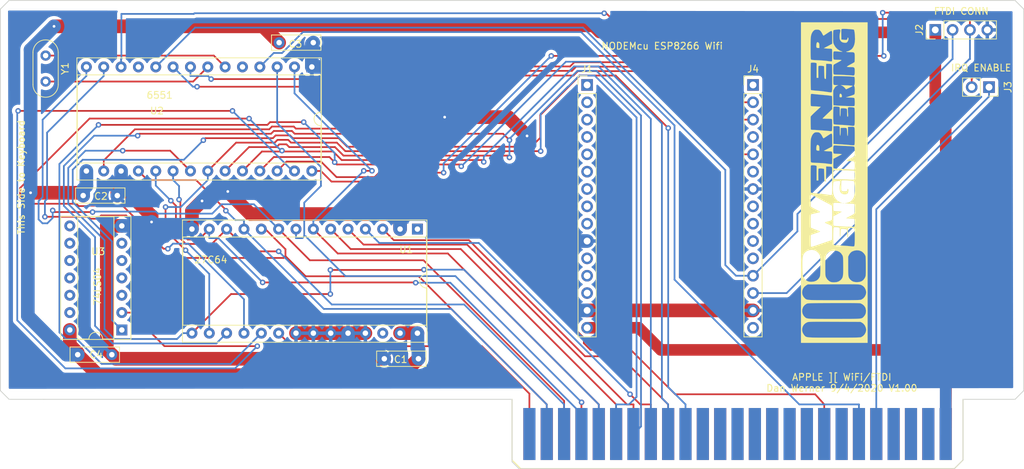
<source format=kicad_pcb>
(kicad_pcb (version 20171130) (host pcbnew "(5.1.5)-3")
  (layers (0 F.Cu signal) (31 B.Cu signal hide) (34 B.Paste user hide) (35 F.Paste user hide) (36 B.SilkS user hide) (37 F.SilkS user) (38 B.Mask user hide) (39 F.Mask user hide) (44 Edge.Cuts user))
  (net 0 "")
  (net 1 "Net-(U2-Pad7)")
  (net 2 "Net-(U2-Pad6)")
  (net 3 GND)
  (net 4 IRQ)
  (net 5 RES)
  (net 6 IOSEL)
  (net 7 /D7)
  (net 8 /D6)
  (net 9 /D5)
  (net 10 /D4)
  (net 11 /D3)
  (net 12 /D2)
  (net 13 /D1)
  (net 14 /D0)
  (net 15 VCC)
  (net 16 RW)
  (net 17 /A7)
  (net 18 /A6)
  (net 19 /A5)
  (net 20 /A4)
  (net 21 /A3)
  (net 22 /A2)
  (net 23 /A1)
  (net 24 /A0)
  (net 25 ROMSEL)
  (net 26 RX)
  (net 27 TX)
  (net 28 IRQ1)
  (net 29 ASCS)
  (net 30 DCD)
  (net 31 CTS)
  (net 32 RTS)
  (module logo:we_small_neg (layer F.Cu) (at 228.8 97.8 90)
    (fp_text reference G*** hide)
    (fp_text value LOGO hide)
  )
  (module Connector_PinSocket_2.54mm:PinSocket_1x02_P2.54mm_Vertical (layer F.Cu) (at 251.46 83.82 270)
    (fp_text reference J3 (at 0 -2.77 90) (layer F.SilkS))
    (fp_text value "IRQ ENABLE" (at -2.82 1.16 180) (layer F.SilkS))
    (pad 2 thru_hole oval (at 0 2.54 270) (size 1.7 1.7) (drill 1) (layers *.Cu *.Mask) (net 28 IRQ1))
    (pad 1 thru_hole rect (at 0 0 270) (size 1.7 1.7) (drill 1) (layers *.Cu *.Mask) (net 4 IRQ))
  )
  (module Connector_PinHeader_2.54mm:PinHeader_1x15_P2.54mm_Vertical (layer F.Cu) (at 216.9 83.5)
    (fp_text reference J4 (at 0 -2.33) (layer F.SilkS))
    (fp_text value "NodeMCU ESP8266 Wifi  B")
    (pad 15 thru_hole oval (at 0 35.56) (size 1.7 1.7) (drill 1) (layers *.Cu *.Mask))
    (pad 14 thru_hole oval (at 0 33.02) (size 1.7 1.7) (drill 1) (layers *.Cu *.Mask) (net 3 GND))
    (pad 13 thru_hole oval (at 0 30.48) (size 1.7 1.7) (drill 1) (layers *.Cu *.Mask) (net 26 RX))
    (pad 12 thru_hole oval (at 0 27.94) (size 1.7 1.7) (drill 1) (layers *.Cu *.Mask) (net 27 TX))
    (pad 11 thru_hole oval (at 0 25.4) (size 1.7 1.7) (drill 1) (layers *.Cu *.Mask))
    (pad 10 thru_hole oval (at 0 22.86) (size 1.7 1.7) (drill 1) (layers *.Cu *.Mask))
    (pad 9 thru_hole oval (at 0 20.32) (size 1.7 1.7) (drill 1) (layers *.Cu *.Mask))
    (pad 8 thru_hole oval (at 0 17.78) (size 1.7 1.7) (drill 1) (layers *.Cu *.Mask))
    (pad 7 thru_hole oval (at 0 15.24) (size 1.7 1.7) (drill 1) (layers *.Cu *.Mask) (net 3 GND))
    (pad 6 thru_hole oval (at 0 12.7) (size 1.7 1.7) (drill 1) (layers *.Cu *.Mask))
    (pad 5 thru_hole oval (at 0 10.16) (size 1.7 1.7) (drill 1) (layers *.Cu *.Mask) (net 30 DCD))
    (pad 4 thru_hole oval (at 0 7.62) (size 1.7 1.7) (drill 1) (layers *.Cu *.Mask))
    (pad 3 thru_hole oval (at 0 5.08) (size 1.7 1.7) (drill 1) (layers *.Cu *.Mask) (net 31 CTS))
    (pad 2 thru_hole oval (at 0 2.54) (size 1.7 1.7) (drill 1) (layers *.Cu *.Mask) (net 32 RTS))
    (pad 1 thru_hole rect (at 0 0) (size 1.7 1.7) (drill 1) (layers *.Cu *.Mask))
  )
  (module Connector_PinHeader_2.54mm:PinHeader_1x15_P2.54mm_Vertical (layer F.Cu) (at 192.6 83.5)
    (fp_text reference J1 (at 0 -2.33) (layer F.SilkS))
    (fp_text value "NodeMCU ESP8266 Wifi A")
    (pad 15 thru_hole oval (at 0 35.56) (size 1.7 1.7) (drill 1) (layers *.Cu *.Mask) (net 15 VCC))
    (pad 14 thru_hole oval (at 0 33.02) (size 1.7 1.7) (drill 1) (layers *.Cu *.Mask) (net 3 GND))
    (pad 13 thru_hole oval (at 0 30.48) (size 1.7 1.7) (drill 1) (layers *.Cu *.Mask))
    (pad 12 thru_hole oval (at 0 27.94) (size 1.7 1.7) (drill 1) (layers *.Cu *.Mask))
    (pad 11 thru_hole oval (at 0 25.4) (size 1.7 1.7) (drill 1) (layers *.Cu *.Mask))
    (pad 10 thru_hole oval (at 0 22.86) (size 1.7 1.7) (drill 1) (layers *.Cu *.Mask) (net 3 GND))
    (pad 9 thru_hole oval (at 0 20.32) (size 1.7 1.7) (drill 1) (layers *.Cu *.Mask))
    (pad 8 thru_hole oval (at 0 17.78) (size 1.7 1.7) (drill 1) (layers *.Cu *.Mask))
    (pad 7 thru_hole oval (at 0 15.24) (size 1.7 1.7) (drill 1) (layers *.Cu *.Mask))
    (pad 6 thru_hole oval (at 0 12.7) (size 1.7 1.7) (drill 1) (layers *.Cu *.Mask))
    (pad 5 thru_hole oval (at 0 10.16) (size 1.7 1.7) (drill 1) (layers *.Cu *.Mask))
    (pad 4 thru_hole oval (at 0 7.62) (size 1.7 1.7) (drill 1) (layers *.Cu *.Mask))
    (pad 3 thru_hole oval (at 0 5.08) (size 1.7 1.7) (drill 1) (layers *.Cu *.Mask))
    (pad 2 thru_hole oval (at 0 2.54) (size 1.7 1.7) (drill 1) (layers *.Cu *.Mask))
    (pad 1 thru_hole rect (at 0 0) (size 1.7 1.7) (drill 1) (layers *.Cu *.Mask))
  )
  (module Capacitor_THT:C_Rect_L7.0mm_W2.0mm_P5.00mm (layer F.Cu) (at 167.9 123.6 180)
    (fp_text reference C1 (at 2.6 -0.1) (layer F.SilkS))
    (fp_text value C)
    (pad 2 thru_hole circle (at 5 0 180) (size 1.6 1.6) (drill 0.8) (layers *.Cu *.Mask) (net 3 GND))
    (pad 1 thru_hole circle (at 0 0 180) (size 1.6 1.6) (drill 0.8) (layers *.Cu *.Mask) (net 15 VCC))
  )
  (module Package_DIP:DIP-14_W7.62mm_Socket (layer F.Cu) (at 124.46 119.38 180)
    (fp_text reference U3 (at 3.46 11.48) (layer F.SilkS))
    (fp_text value 74LS04 (at 3.56 6.38 90) (layer F.SilkS))
    (pad 14 thru_hole oval (at 7.62 0 180) (size 1.6 1.6) (drill 0.8) (layers *.Cu *.Mask) (net 15 VCC))
    (pad 7 thru_hole oval (at 0 15.24 180) (size 1.6 1.6) (drill 0.8) (layers *.Cu *.Mask) (net 3 GND))
    (pad 13 thru_hole oval (at 7.62 2.54 180) (size 1.6 1.6) (drill 0.8) (layers *.Cu *.Mask))
    (pad 6 thru_hole oval (at 0 12.7 180) (size 1.6 1.6) (drill 0.8) (layers *.Cu *.Mask))
    (pad 12 thru_hole oval (at 7.62 5.08 180) (size 1.6 1.6) (drill 0.8) (layers *.Cu *.Mask))
    (pad 5 thru_hole oval (at 0 10.16 180) (size 1.6 1.6) (drill 0.8) (layers *.Cu *.Mask))
    (pad 11 thru_hole oval (at 7.62 7.62 180) (size 1.6 1.6) (drill 0.8) (layers *.Cu *.Mask))
    (pad 4 thru_hole oval (at 0 7.62 180) (size 1.6 1.6) (drill 0.8) (layers *.Cu *.Mask))
    (pad 10 thru_hole oval (at 7.62 10.16 180) (size 1.6 1.6) (drill 0.8) (layers *.Cu *.Mask))
    (pad 3 thru_hole oval (at 0 5.08 180) (size 1.6 1.6) (drill 0.8) (layers *.Cu *.Mask))
    (pad 9 thru_hole oval (at 7.62 12.7 180) (size 1.6 1.6) (drill 0.8) (layers *.Cu *.Mask))
    (pad 2 thru_hole oval (at 0 2.54 180) (size 1.6 1.6) (drill 0.8) (layers *.Cu *.Mask) (net 29 ASCS))
    (pad 8 thru_hole oval (at 7.62 15.24 180) (size 1.6 1.6) (drill 0.8) (layers *.Cu *.Mask))
    (pad 1 thru_hole rect (at 0 0 180) (size 1.6 1.6) (drill 0.8) (layers *.Cu *.Mask) (net 6 IOSEL))
  )
  (module Connector_PinHeader_2.54mm:PinHeader_1x04_P2.54mm_Vertical (layer F.Cu) (at 243.586 75.438 90)
    (fp_text reference J2 (at 0 -2.33 90) (layer F.SilkS))
    (fp_text value "FTDI CONN" (at 2.738 3.814 180) (layer F.SilkS))
    (pad 4 thru_hole oval (at 0 7.62 90) (size 1.7 1.7) (drill 1) (layers *.Cu *.Mask) (net 3 GND))
    (pad 3 thru_hole oval (at 0 5.08 90) (size 1.7 1.7) (drill 1) (layers *.Cu *.Mask) (net 26 RX))
    (pad 2 thru_hole oval (at 0 2.54 90) (size 1.7 1.7) (drill 1) (layers *.Cu *.Mask) (net 27 TX))
    (pad 1 thru_hole rect (at 0 0 90) (size 1.7 1.7) (drill 1) (layers *.Cu *.Mask) (net 15 VCC))
  )
  (module Package_DIP:DIP-28_W15.24mm_Socket (layer F.Cu) (at 167.75 104.61 270)
    (fp_text reference U1 (at 2.99 1.65 180) (layer F.SilkS))
    (fp_text value 27C64 (at 4.49 30.25 180) (layer F.SilkS))
    (pad 28 thru_hole oval (at 15.24 0 270) (size 1.6 1.6) (drill 0.8) (layers *.Cu *.Mask) (net 15 VCC))
    (pad 14 thru_hole oval (at 0 33.02 270) (size 1.6 1.6) (drill 0.8) (layers *.Cu *.Mask) (net 3 GND))
    (pad 27 thru_hole oval (at 15.24 2.54 270) (size 1.6 1.6) (drill 0.8) (layers *.Cu *.Mask) (net 15 VCC))
    (pad 13 thru_hole oval (at 0 30.48 270) (size 1.6 1.6) (drill 0.8) (layers *.Cu *.Mask) (net 12 /D2))
    (pad 26 thru_hole oval (at 15.24 5.08 270) (size 1.6 1.6) (drill 0.8) (layers *.Cu *.Mask))
    (pad 12 thru_hole oval (at 0 27.94 270) (size 1.6 1.6) (drill 0.8) (layers *.Cu *.Mask) (net 13 /D1))
    (pad 25 thru_hole oval (at 15.24 7.62 270) (size 1.6 1.6) (drill 0.8) (layers *.Cu *.Mask) (net 3 GND))
    (pad 11 thru_hole oval (at 0 25.4 270) (size 1.6 1.6) (drill 0.8) (layers *.Cu *.Mask) (net 14 /D0))
    (pad 24 thru_hole oval (at 15.24 10.16 270) (size 1.6 1.6) (drill 0.8) (layers *.Cu *.Mask) (net 3 GND))
    (pad 10 thru_hole oval (at 0 22.86 270) (size 1.6 1.6) (drill 0.8) (layers *.Cu *.Mask) (net 24 /A0))
    (pad 23 thru_hole oval (at 15.24 12.7 270) (size 1.6 1.6) (drill 0.8) (layers *.Cu *.Mask) (net 3 GND))
    (pad 9 thru_hole oval (at 0 20.32 270) (size 1.6 1.6) (drill 0.8) (layers *.Cu *.Mask) (net 23 /A1))
    (pad 22 thru_hole oval (at 15.24 15.24 270) (size 1.6 1.6) (drill 0.8) (layers *.Cu *.Mask) (net 3 GND))
    (pad 8 thru_hole oval (at 0 17.78 270) (size 1.6 1.6) (drill 0.8) (layers *.Cu *.Mask) (net 22 /A2))
    (pad 21 thru_hole oval (at 15.24 17.78 270) (size 1.6 1.6) (drill 0.8) (layers *.Cu *.Mask) (net 3 GND))
    (pad 7 thru_hole oval (at 0 15.24 270) (size 1.6 1.6) (drill 0.8) (layers *.Cu *.Mask) (net 21 /A3))
    (pad 20 thru_hole oval (at 15.24 20.32 270) (size 1.6 1.6) (drill 0.8) (layers *.Cu *.Mask) (net 25 ROMSEL))
    (pad 6 thru_hole oval (at 0 12.7 270) (size 1.6 1.6) (drill 0.8) (layers *.Cu *.Mask) (net 20 /A4))
    (pad 19 thru_hole oval (at 15.24 22.86 270) (size 1.6 1.6) (drill 0.8) (layers *.Cu *.Mask) (net 7 /D7))
    (pad 5 thru_hole oval (at 0 10.16 270) (size 1.6 1.6) (drill 0.8) (layers *.Cu *.Mask) (net 19 /A5))
    (pad 18 thru_hole oval (at 15.24 25.4 270) (size 1.6 1.6) (drill 0.8) (layers *.Cu *.Mask) (net 8 /D6))
    (pad 4 thru_hole oval (at 0 7.62 270) (size 1.6 1.6) (drill 0.8) (layers *.Cu *.Mask) (net 18 /A6))
    (pad 17 thru_hole oval (at 15.24 27.94 270) (size 1.6 1.6) (drill 0.8) (layers *.Cu *.Mask) (net 9 /D5))
    (pad 3 thru_hole oval (at 0 5.08 270) (size 1.6 1.6) (drill 0.8) (layers *.Cu *.Mask) (net 17 /A7))
    (pad 16 thru_hole oval (at 15.24 30.48 270) (size 1.6 1.6) (drill 0.8) (layers *.Cu *.Mask) (net 10 /D4))
    (pad 2 thru_hole oval (at 0 2.54 270) (size 1.6 1.6) (drill 0.8) (layers *.Cu *.Mask) (net 3 GND))
    (pad 15 thru_hole oval (at 15.24 33.02 270) (size 1.6 1.6) (drill 0.8) (layers *.Cu *.Mask) (net 11 /D3))
    (pad 1 thru_hole rect (at 0 0 270) (size 1.6 1.6) (drill 0.8) (layers *.Cu *.Mask))
  )
  (module Package_DIP:DIP-28_W15.24mm_Socket (layer F.Cu) (at 152.29 80.86 270)
    (fp_text reference U2 (at 6.44 22.69 180) (layer F.SilkS))
    (fp_text value 6551 (at 4.14 22.29 180) (layer F.SilkS))
    (pad 28 thru_hole oval (at 15.24 0 270) (size 1.6 1.6) (drill 0.8) (layers *.Cu *.Mask) (net 16 RW))
    (pad 14 thru_hole oval (at 0 33.02 270) (size 1.6 1.6) (drill 0.8) (layers *.Cu *.Mask) (net 23 /A1))
    (pad 27 thru_hole oval (at 15.24 2.54 270) (size 1.6 1.6) (drill 0.8) (layers *.Cu *.Mask) (net 29 ASCS))
    (pad 13 thru_hole oval (at 0 30.48 270) (size 1.6 1.6) (drill 0.8) (layers *.Cu *.Mask) (net 24 /A0))
    (pad 26 thru_hole oval (at 15.24 5.08 270) (size 1.6 1.6) (drill 0.8) (layers *.Cu *.Mask) (net 28 IRQ1))
    (pad 12 thru_hole oval (at 0 27.94 270) (size 1.6 1.6) (drill 0.8) (layers *.Cu *.Mask) (net 26 RX))
    (pad 25 thru_hole oval (at 15.24 7.62 270) (size 1.6 1.6) (drill 0.8) (layers *.Cu *.Mask) (net 7 /D7))
    (pad 11 thru_hole oval (at 0 25.4 270) (size 1.6 1.6) (drill 0.8) (layers *.Cu *.Mask))
    (pad 24 thru_hole oval (at 15.24 10.16 270) (size 1.6 1.6) (drill 0.8) (layers *.Cu *.Mask) (net 8 /D6))
    (pad 10 thru_hole oval (at 0 22.86 270) (size 1.6 1.6) (drill 0.8) (layers *.Cu *.Mask) (net 27 TX))
    (pad 23 thru_hole oval (at 15.24 12.7 270) (size 1.6 1.6) (drill 0.8) (layers *.Cu *.Mask) (net 9 /D5))
    (pad 9 thru_hole oval (at 0 20.32 270) (size 1.6 1.6) (drill 0.8) (layers *.Cu *.Mask) (net 31 CTS))
    (pad 22 thru_hole oval (at 15.24 15.24 270) (size 1.6 1.6) (drill 0.8) (layers *.Cu *.Mask) (net 10 /D4))
    (pad 8 thru_hole oval (at 0 17.78 270) (size 1.6 1.6) (drill 0.8) (layers *.Cu *.Mask) (net 32 RTS))
    (pad 21 thru_hole oval (at 15.24 17.78 270) (size 1.6 1.6) (drill 0.8) (layers *.Cu *.Mask) (net 11 /D3))
    (pad 7 thru_hole oval (at 0 15.24 270) (size 1.6 1.6) (drill 0.8) (layers *.Cu *.Mask) (net 1 "Net-(U2-Pad7)"))
    (pad 20 thru_hole oval (at 15.24 20.32 270) (size 1.6 1.6) (drill 0.8) (layers *.Cu *.Mask) (net 12 /D2))
    (pad 6 thru_hole oval (at 0 12.7 270) (size 1.6 1.6) (drill 0.8) (layers *.Cu *.Mask) (net 2 "Net-(U2-Pad6)"))
    (pad 19 thru_hole oval (at 15.24 22.86 270) (size 1.6 1.6) (drill 0.8) (layers *.Cu *.Mask) (net 13 /D1))
    (pad 5 thru_hole oval (at 0 10.16 270) (size 1.6 1.6) (drill 0.8) (layers *.Cu *.Mask))
    (pad 18 thru_hole oval (at 15.24 25.4 270) (size 1.6 1.6) (drill 0.8) (layers *.Cu *.Mask) (net 14 /D0))
    (pad 4 thru_hole oval (at 0 7.62 270) (size 1.6 1.6) (drill 0.8) (layers *.Cu *.Mask) (net 5 RES))
    (pad 17 thru_hole oval (at 15.24 27.94 270) (size 1.6 1.6) (drill 0.8) (layers *.Cu *.Mask) (net 3 GND))
    (pad 3 thru_hole oval (at 0 5.08 270) (size 1.6 1.6) (drill 0.8) (layers *.Cu *.Mask) (net 22 /A2))
    (pad 16 thru_hole oval (at 15.24 30.48 270) (size 1.6 1.6) (drill 0.8) (layers *.Cu *.Mask) (net 30 DCD))
    (pad 2 thru_hole oval (at 0 2.54 270) (size 1.6 1.6) (drill 0.8) (layers *.Cu *.Mask) (net 21 /A3))
    (pad 15 thru_hole oval (at 15.24 33.02 270) (size 1.6 1.6) (drill 0.8) (layers *.Cu *.Mask) (net 15 VCC))
    (pad 1 thru_hole rect (at 0 0 270) (size 1.6 1.6) (drill 0.8) (layers *.Cu *.Mask) (net 3 GND))
  )
  (module Capacitor_THT:C_Rect_L7.0mm_W2.0mm_P5.00mm (layer F.Cu) (at 118 123)
    (fp_text reference C4 (at 2.7 0) (layer F.SilkS))
    (fp_text value C)
    (pad 2 thru_hole circle (at 5 0) (size 1.6 1.6) (drill 0.8) (layers *.Cu *.Mask) (net 3 GND))
    (pad 1 thru_hole circle (at 0 0) (size 1.6 1.6) (drill 0.8) (layers *.Cu *.Mask) (net 15 VCC))
  )
  (module Capacitor_THT:C_Rect_L7.0mm_W2.0mm_P5.00mm (layer F.Cu) (at 147.5 77.3)
    (fp_text reference C3 (at 2.39 0.22) (layer F.SilkS))
    (fp_text value C)
    (pad 2 thru_hole circle (at 5 0) (size 1.6 1.6) (drill 0.8) (layers *.Cu *.Mask) (net 3 GND))
    (pad 1 thru_hole circle (at 0 0) (size 1.6 1.6) (drill 0.8) (layers *.Cu *.Mask) (net 15 VCC))
  )
  (module Capacitor_THT:C_Rect_L7.0mm_W2.0mm_P5.00mm (layer F.Cu) (at 118.8 99.7)
    (fp_text reference C2 (at 2.6 0.1) (layer F.SilkS))
    (fp_text value C)
    (pad 2 thru_hole circle (at 5 0) (size 1.6 1.6) (drill 0.8) (layers *.Cu *.Mask) (net 3 GND))
    (pad 1 thru_hole circle (at 0 0) (size 1.6 1.6) (drill 0.8) (layers *.Cu *.Mask) (net 15 VCC))
  )
  (module Crystal:Crystal_HC52-8mm_Vertical (layer F.Cu) (at 113.3 79.2 270)
    (fp_text reference Y1 (at 1.9 -2.85 90) (layer F.SilkS))
    (fp_text value Crystal)
    (pad 2 thru_hole circle (at 3.8 0 270) (size 1.5 1.5) (drill 0.8) (layers *.Cu *.Mask) (net 1 "Net-(U2-Pad7)"))
    (pad 1 thru_hole circle (at 0 0 270) (size 1.5 1.5) (drill 0.8) (layers *.Cu *.Mask) (net 2 "Net-(U2-Pad6)"))
  )
  (module Apple2_bus:BUS_A2 (layer F.Cu) (at 207.01 134.62)
    (fp_text reference BUS1)
    (fp_text value A2_BUS)
    (pad 26 connect rect (at 38.1 0 180) (size 1.778 7.62) (layers B.Cu B.Mask) (net 3 GND))
    (pad 27 connect rect (at 35.56 0 180) (size 1.778 7.62) (layers B.Cu B.Mask))
    (pad 28 connect rect (at 33.02 0 180) (size 1.778 7.62) (layers B.Cu B.Mask))
    (pad 29 connect rect (at 30.48 0 180) (size 1.778 7.62) (layers B.Cu B.Mask))
    (pad 30 connect rect (at 27.94 0 180) (size 1.778 7.62) (layers B.Cu B.Mask) (net 4 IRQ))
    (pad 31 connect rect (at 25.4 0 180) (size 1.778 7.62) (layers B.Cu B.Mask) (net 5 RES))
    (pad 32 connect rect (at 22.86 0 180) (size 1.778 7.62) (layers B.Cu B.Mask))
    (pad 33 connect rect (at 20.32 0 180) (size 1.778 7.62) (layers B.Cu B.Mask))
    (pad 34 connect rect (at 17.78 0 180) (size 1.778 7.62) (layers B.Cu B.Mask))
    (pad 35 connect rect (at 15.24 0 180) (size 1.778 7.62) (layers B.Cu B.Mask))
    (pad 36 connect rect (at 12.7 0 180) (size 1.778 7.62) (layers B.Cu B.Mask))
    (pad 37 connect rect (at 10.16 0 180) (size 1.778 7.62) (layers B.Cu B.Mask))
    (pad 38 connect rect (at 7.62 0 180) (size 1.778 7.62) (layers B.Cu B.Mask))
    (pad 39 connect rect (at 5.08 0 180) (size 1.778 7.62) (layers B.Cu B.Mask))
    (pad 40 connect rect (at 2.54 0 180) (size 1.778 7.62) (layers B.Cu B.Mask))
    (pad 41 connect rect (at 0 0 180) (size 1.778 7.62) (layers B.Cu B.Mask) (net 6 IOSEL))
    (pad 42 connect rect (at -2.54 0 180) (size 1.778 7.62) (layers B.Cu B.Mask) (net 7 /D7))
    (pad 43 connect rect (at -5.08 0 180) (size 1.778 7.62) (layers B.Cu B.Mask) (net 8 /D6))
    (pad 44 connect rect (at -7.62 0 180) (size 1.778 7.62) (layers B.Cu B.Mask) (net 9 /D5))
    (pad 45 connect rect (at -10.16 0 180) (size 1.778 7.62) (layers B.Cu B.Mask) (net 10 /D4))
    (pad 46 connect rect (at -12.7 0 180) (size 1.778 7.62) (layers B.Cu B.Mask) (net 11 /D3))
    (pad 47 connect rect (at -15.24 0 180) (size 1.778 7.62) (layers B.Cu B.Mask) (net 12 /D2))
    (pad 48 connect rect (at -17.78 0 180) (size 1.778 7.62) (layers B.Cu B.Mask) (net 13 /D1))
    (pad 49 connect rect (at -20.32 0 180) (size 1.778 7.62) (layers B.Cu B.Mask) (net 14 /D0))
    (pad 50 connect rect (at -22.86 0 180) (size 1.778 7.62) (layers B.Cu B.Mask))
    (pad 25 connect rect (at 38.1 0 180) (size 1.778 7.62) (layers F.Cu F.Mask) (net 15 VCC))
    (pad 24 connect rect (at 35.56 0 180) (size 1.778 7.62) (layers F.Cu F.Mask))
    (pad 23 connect rect (at 33.02 0 180) (size 1.778 7.62) (layers F.Cu F.Mask))
    (pad 22 connect rect (at 30.48 0 180) (size 1.778 7.62) (layers F.Cu F.Mask))
    (pad 21 connect rect (at 27.94 0 180) (size 1.778 7.62) (layers F.Cu F.Mask))
    (pad 20 connect rect (at 25.4 0 180) (size 1.778 7.62) (layers F.Cu F.Mask))
    (pad 19 connect rect (at 22.86 0 180) (size 1.778 7.62) (layers F.Cu F.Mask))
    (pad 18 connect rect (at 20.32 0 180) (size 1.778 7.62) (layers F.Cu F.Mask) (net 16 RW))
    (pad 17 connect rect (at 17.78 0 180) (size 1.778 7.62) (layers F.Cu F.Mask))
    (pad 16 connect rect (at 15.24 0 180) (size 1.778 7.62) (layers F.Cu F.Mask))
    (pad 15 connect rect (at 12.7 0 180) (size 1.778 7.62) (layers F.Cu F.Mask))
    (pad 14 connect rect (at 10.16 0 180) (size 1.778 7.62) (layers F.Cu F.Mask))
    (pad 13 connect rect (at 7.62 0 180) (size 1.778 7.62) (layers F.Cu F.Mask))
    (pad 12 connect rect (at 5.08 0 180) (size 1.778 7.62) (layers F.Cu F.Mask))
    (pad 11 connect rect (at 2.54 0 180) (size 1.778 7.62) (layers F.Cu F.Mask))
    (pad 10 connect rect (at 0 0 180) (size 1.778 7.62) (layers F.Cu F.Mask))
    (pad 9 connect rect (at -2.54 0 180) (size 1.778 7.62) (layers F.Cu F.Mask) (net 17 /A7))
    (pad 8 connect rect (at -5.08 0 180) (size 1.778 7.62) (layers F.Cu F.Mask) (net 18 /A6))
    (pad 7 connect rect (at -7.62 0 180) (size 1.778 7.62) (layers F.Cu F.Mask) (net 19 /A5))
    (pad 6 connect rect (at -10.16 0 180) (size 1.778 7.62) (layers F.Cu F.Mask) (net 20 /A4))
    (pad 5 connect rect (at -12.7 0 180) (size 1.778 7.62) (layers F.Cu F.Mask) (net 21 /A3))
    (pad 4 connect rect (at -15.24 0 180) (size 1.778 7.62) (layers F.Cu F.Mask) (net 22 /A2))
    (pad 3 connect rect (at -17.78 0 180) (size 1.778 7.62) (layers F.Cu F.Mask) (net 23 /A1))
    (pad 2 connect rect (at -20.32 0 180) (size 1.778 7.62) (layers F.Cu F.Mask) (net 24 /A0))
    (pad 1 connect rect (at -22.86 0 180) (size 1.778 7.62) (layers F.Cu F.Mask) (net 25 ROMSEL))
  )
  (gr_text "NODEMcu ESP8266 Wifi" (at 203.6 77.8) (layer F.SilkS) (effects (font (size 1 1))))
  (gr_text "This Side to Keyboard" (at 109.728 97.028 90) (layer F.SilkS) (effects (font (size 1 1))))
  (gr_text "APPLE ][ WiFi/FTDI\nDan Werner 9/4/2020 V1.00\n" (at 229.9 127.1) (layer F.SilkS) (effects (font (size 1 1))))
  (gr_line (start 247.65 138.43) (end 247.65 129.54) (layer Edge.Cuts) (width 0.12))
  (gr_line (start 246.38 139.7) (end 247.65 138.43) (layer Edge.Cuts) (width 0.12))
  (gr_line (start 182.626 139.7) (end 246.38 139.7) (layer Edge.Cuts) (width 0.12))
  (gr_line (start 181.61 138.684) (end 182.626 139.7) (layer Edge.Cuts) (width 0.12))
  (gr_line (start 181.61 129.54) (end 181.61 138.684) (layer Edge.Cuts) (width 0.12))
  (gr_line (start 107.95 129.54) (end 113.03 129.54) (layer Edge.Cuts) (width 0.12))
  (gr_line (start 106.68 128.27) (end 107.95 129.54) (layer Edge.Cuts) (width 0.12))
  (gr_line (start 106.68 72.39) (end 106.68 128.27) (layer Edge.Cuts) (width 0.12))
  (gr_line (start 107.95 71.12) (end 106.68 72.39) (layer Edge.Cuts) (width 0.12))
  (gr_line (start 255.27 71.12) (end 107.95 71.12) (layer Edge.Cuts) (width 0.12))
  (gr_line (start 256.54 72.39) (end 255.27 71.12) (layer Edge.Cuts) (width 0.12))
  (gr_line (start 256.54 85.09) (end 256.54 72.39) (layer Edge.Cuts) (width 0.12))
  (gr_line (start 113.03 129.54) (end 181.61 129.54) (layer Edge.Cuts) (width 0.12))
  (gr_line (start 256.54 128.27) (end 256.54 85.09) (layer Edge.Cuts) (width 0.12))
  (gr_line (start 255.27 129.54) (end 256.54 128.27) (layer Edge.Cuts) (width 0.12))
  (gr_line (start 247.65 129.54) (end 255.27 129.54) (layer Edge.Cuts) (width 0.12))
  (segment (start 113.3 83) (end 134.91 83) (width 0.25) (layer F.Cu) (net 1))
  (segment (start 134.91 83) (end 137.05 80.86) (width 0.25) (layer F.Cu) (net 1))
  (segment (start 113.3 79.2) (end 137.93 79.2) (width 0.25) (layer F.Cu) (net 2))
  (segment (start 137.93 79.2) (end 139.59 80.86) (width 0.25) (layer F.Cu) (net 2))
  (segment (start 139.982 99.1022) (end 143.2895 102.4097) (width 2) (layer F.Cu) (net 3))
  (segment (start 143.2895 102.4097) (end 165.21 102.4097) (width 2) (layer F.Cu) (net 3))
  (segment (start 136.2102 100.4894) (end 137.5974 99.1022) (width 2) (layer B.Cu) (net 3))
  (segment (start 137.5974 99.1022) (end 139.982 99.1022) (width 2) (layer B.Cu) (net 3))
  (segment (start 165.21 104.61) (end 165.21 102.4097) (width 2) (layer F.Cu) (net 3))
  (segment (start 134.73 104.61) (end 134.73 101.9696) (width 2) (layer F.Cu) (net 3))
  (segment (start 134.73 101.9696) (end 136.2102 100.4894) (width 2) (layer F.Cu) (net 3))
  (segment (start 128.8145 103.5701) (end 129.8544 104.61) (width 2) (layer B.Cu) (net 3))
  (segment (start 129.8544 104.61) (end 134.73 104.61) (width 2) (layer B.Cu) (net 3))
  (segment (start 128.8145 103.5701) (end 128.2446 104.14) (width 2) (layer B.Cu) (net 3))
  (segment (start 128.2446 104.14) (end 124.46 104.14) (width 2) (layer B.Cu) (net 3))
  (segment (start 124.46 104.14) (end 122.2597 104.14) (width 2) (layer F.Cu) (net 3))
  (segment (start 122.2597 104.14) (end 122.2597 122.2597) (width 2) (layer F.Cu) (net 3))
  (segment (start 122.2597 122.2597) (end 123 123) (width 2) (layer F.Cu) (net 3))
  (segment (start 123 123) (end 123.6 123.6) (width 2) (layer F.Cu) (net 3))
  (segment (start 123.6 123.6) (end 162.9 123.6) (width 2) (layer F.Cu) (net 3))
  (segment (start 152.29 80.86) (end 164.3847 80.86) (width 2) (layer B.Cu) (net 3))
  (segment (start 164.3847 80.86) (end 171.7385 88.2138) (width 2) (layer B.Cu) (net 3))
  (segment (start 123.8 99.7) (end 123.8 98.2533) (width 2) (layer F.Cu) (net 3))
  (segment (start 123.8 98.2533) (end 123.8001 98.2532) (width 2) (layer F.Cu) (net 3))
  (segment (start 123.8001 98.2532) (end 124.3865 98.2532) (width 2) (layer F.Cu) (net 3))
  (segment (start 124.3865 98.2532) (end 128.8145 102.6812) (width 2) (layer F.Cu) (net 3))
  (segment (start 128.8145 102.6812) (end 128.8145 103.5701) (width 2) (layer F.Cu) (net 3))
  (segment (start 192.6 116.52) (end 214.4 116.52) (width 2) (layer F.Cu) (net 3))
  (segment (start 190.3497 106.36) (end 192.6 106.36) (width 2) (layer B.Cu) (net 3))
  (segment (start 183.8048 100.2671) (end 189.8977 106.36) (width 2) (layer B.Cu) (net 3))
  (segment (start 189.8977 106.36) (end 190.3497 106.36) (width 2) (layer B.Cu) (net 3))
  (segment (start 190.3497 106.36) (end 190.3497 116.52) (width 2) (layer B.Cu) (net 3))
  (segment (start 192.6 116.52) (end 190.3497 116.52) (width 2) (layer B.Cu) (net 3))
  (segment (start 183.8048 100.2671) (end 183.8048 90.9657) (width 2) (layer B.Cu) (net 3))
  (segment (start 165.21 102.4097) (end 181.6622 102.4097) (width 2) (layer B.Cu) (net 3))
  (segment (start 181.6622 102.4097) (end 183.8048 100.2671) (width 2) (layer B.Cu) (net 3))
  (segment (start 171.7385 88.2138) (end 181.0529 88.2138) (width 2) (layer F.Cu) (net 3))
  (segment (start 181.0529 88.2138) (end 183.8048 90.9657) (width 2) (layer F.Cu) (net 3))
  (segment (start 152.29 80.86) (end 152.29 77.51) (width 2) (layer B.Cu) (net 3))
  (segment (start 152.29 77.51) (end 152.5 77.3) (width 2) (layer B.Cu) (net 3))
  (segment (start 157.59 119.85) (end 157.59 122.0503) (width 2) (layer B.Cu) (net 3))
  (segment (start 157.59 122.0503) (end 161.3503 122.0503) (width 2) (layer B.Cu) (net 3))
  (segment (start 161.3503 122.0503) (end 162.9 123.6) (width 2) (layer B.Cu) (net 3))
  (segment (start 157.59 119.85) (end 160.13 119.85) (width 2) (layer F.Cu) (net 3))
  (segment (start 155.05 119.85) (end 157.59 119.85) (width 2) (layer F.Cu) (net 3))
  (segment (start 152.51 119.85) (end 155.05 119.85) (width 2) (layer F.Cu) (net 3))
  (segment (start 149.97 119.85) (end 152.51 119.85) (width 2) (layer F.Cu) (net 3))
  (segment (start 165.21 104.61) (end 165.21 102.4097) (width 2) (layer B.Cu) (net 3))
  (segment (start 124.35 96.1) (end 124.35 99.15) (width 2) (layer B.Cu) (net 3))
  (segment (start 124.35 99.15) (end 123.8 99.7) (width 2) (layer B.Cu) (net 3))
  (via (at 139.982 99.1022) (size 0.8) (layers F.Cu B.Cu) (net 3))
  (via (at 136.2102 100.4894) (size 0.8) (layers F.Cu B.Cu) (net 3))
  (via (at 128.8145 103.5701) (size 0.8) (layers F.Cu B.Cu) (net 3))
  (via (at 183.8048 90.9657) (size 0.8) (layers F.Cu B.Cu) (net 3))
  (via (at 171.7385 88.2138) (size 0.8) (layers F.Cu B.Cu) (net 3))
  (segment (start 245.11 134.62) (end 245.11 126.01) (width 1.7) (layer B.Cu) (net 3))
  (segment (start 214.4 116.52) (end 216.9 116.52) (width 2) (layer F.Cu) (net 3))
  (segment (start 251.46 83.82) (end 251.46 85.1953) (width 0.25) (layer B.Cu) (net 4))
  (segment (start 234.95 134.62) (end 234.95 101.7053) (width 0.25) (layer B.Cu) (net 4))
  (segment (start 234.95 101.7053) (end 251.46 85.1953) (width 0.25) (layer B.Cu) (net 4))
  (segment (start 232.41 130.2847) (end 223.6758 130.2847) (width 0.25) (layer B.Cu) (net 5))
  (segment (start 223.6758 130.2847) (end 205.4026 112.0115) (width 0.25) (layer B.Cu) (net 5))
  (segment (start 205.4026 112.0115) (end 205.4026 89.4325) (width 0.25) (layer B.Cu) (net 5))
  (segment (start 205.4026 89.4325) (end 191.724 75.7539) (width 0.25) (layer B.Cu) (net 5))
  (segment (start 191.724 75.7539) (end 150.9964 75.7539) (width 0.25) (layer B.Cu) (net 5))
  (segment (start 150.9964 75.7539) (end 147.9329 78.8174) (width 0.25) (layer B.Cu) (net 5))
  (segment (start 147.9329 78.8174) (end 146.7126 78.8174) (width 0.25) (layer B.Cu) (net 5))
  (segment (start 146.7126 78.8174) (end 144.67 80.86) (width 0.25) (layer B.Cu) (net 5))
  (segment (start 232.41 134.62) (end 232.41 130.2847) (width 0.25) (layer B.Cu) (net 5))
  (segment (start 204.4773 89.8158) (end 196.7862 82.1247) (width 0.25) (layer F.Cu) (net 6))
  (segment (start 196.7862 82.1247) (end 191.5324 82.1247) (width 0.25) (layer F.Cu) (net 6))
  (segment (start 191.5324 82.1247) (end 185.7337 87.9234) (width 0.25) (layer F.Cu) (net 6))
  (segment (start 185.7337 87.9234) (end 185.7337 91.2475) (width 0.25) (layer F.Cu) (net 6))
  (segment (start 185.7337 91.2475) (end 184.433 92.5482) (width 0.25) (layer F.Cu) (net 6))
  (segment (start 184.433 92.5482) (end 157.4648 92.5482) (width 0.25) (layer F.Cu) (net 6))
  (segment (start 157.4648 92.5482) (end 156.2143 91.2977) (width 0.25) (layer F.Cu) (net 6))
  (segment (start 156.2143 91.2977) (end 149.5061 91.2977) (width 0.25) (layer F.Cu) (net 6))
  (segment (start 149.5061 91.2977) (end 149.1015 90.8931) (width 0.25) (layer F.Cu) (net 6))
  (segment (start 149.1015 90.8931) (end 146.9876 90.8931) (width 0.25) (layer F.Cu) (net 6))
  (segment (start 146.9876 90.8931) (end 146.583 91.2977) (width 0.25) (layer F.Cu) (net 6))
  (segment (start 146.583 91.2977) (end 136.7028 91.2977) (width 0.25) (layer F.Cu) (net 6))
  (segment (start 136.7028 91.2977) (end 136.4017 91.5988) (width 0.25) (layer F.Cu) (net 6))
  (segment (start 124.46 119.38) (end 123.0153 117.9353) (width 0.25) (layer B.Cu) (net 6))
  (segment (start 123.0153 117.9353) (end 123.0153 106.4089) (width 0.25) (layer B.Cu) (net 6))
  (segment (start 123.0153 106.4089) (end 117.2702 100.6638) (width 0.25) (layer B.Cu) (net 6))
  (segment (start 117.2702 100.6638) (end 117.2702 95.9139) (width 0.25) (layer B.Cu) (net 6))
  (segment (start 117.2702 95.9139) (end 118.7306 94.4535) (width 0.25) (layer B.Cu) (net 6))
  (segment (start 118.7306 94.4535) (end 133.547 94.4535) (width 0.25) (layer B.Cu) (net 6))
  (segment (start 133.547 94.4535) (end 136.4017 91.5988) (width 0.25) (layer B.Cu) (net 6))
  (segment (start 207.01 134.62) (end 207.01 130.2846) (width 0.25) (layer B.Cu) (net 6))
  (segment (start 207.01 130.2846) (end 204.4773 127.7519) (width 0.25) (layer B.Cu) (net 6))
  (segment (start 204.4773 127.7519) (end 204.4773 89.8158) (width 0.25) (layer B.Cu) (net 6))
  (via (at 136.4017 91.5988) (size 0.8) (layers F.Cu B.Cu) (net 6))
  (via (at 204.4773 89.8158) (size 0.8) (layers F.Cu B.Cu) (net 6))
  (segment (start 151.0967 88.9422) (end 146.1794 88.9422) (width 0.25) (layer F.Cu) (net 7))
  (segment (start 146.1794 88.9422) (end 145.7748 89.3468) (width 0.25) (layer F.Cu) (net 7))
  (segment (start 145.7748 89.3468) (end 121.046 89.3468) (width 0.25) (layer F.Cu) (net 7))
  (segment (start 144.89 119.85) (end 140.3891 124.3509) (width 0.25) (layer B.Cu) (net 7))
  (segment (start 140.3891 124.3509) (end 121.508 124.3509) (width 0.25) (layer B.Cu) (net 7))
  (segment (start 121.508 124.3509) (end 117.8625 120.7054) (width 0.25) (layer B.Cu) (net 7))
  (segment (start 117.8625 120.7054) (end 116.2852 120.7054) (width 0.25) (layer B.Cu) (net 7))
  (segment (start 116.2852 120.7054) (end 115.3193 119.7395) (width 0.25) (layer B.Cu) (net 7))
  (segment (start 115.3193 119.7395) (end 115.3193 95.0735) (width 0.25) (layer B.Cu) (net 7))
  (segment (start 115.3193 95.0735) (end 121.046 89.3468) (width 0.25) (layer B.Cu) (net 7))
  (segment (start 155.6317 94.8243) (end 155.9568 95.1494) (width 0.25) (layer F.Cu) (net 7))
  (segment (start 155.9568 95.1494) (end 173.8945 95.1494) (width 0.25) (layer F.Cu) (net 7))
  (segment (start 173.8945 95.1494) (end 174.1696 95.4245) (width 0.25) (layer F.Cu) (net 7))
  (segment (start 144.67 96.1) (end 146.7131 94.0569) (width 0.25) (layer F.Cu) (net 7))
  (segment (start 146.7131 94.0569) (end 154.8643 94.0569) (width 0.25) (layer F.Cu) (net 7))
  (segment (start 154.8643 94.0569) (end 155.6317 94.8243) (width 0.25) (layer F.Cu) (net 7))
  (segment (start 155.6317 94.8243) (end 155.6317 93.4772) (width 0.25) (layer B.Cu) (net 7))
  (segment (start 155.6317 93.4772) (end 151.0967 88.9422) (width 0.25) (layer B.Cu) (net 7))
  (segment (start 204.47 130.2847) (end 203.552 129.3667) (width 0.25) (layer B.Cu) (net 7))
  (segment (start 203.552 129.3667) (end 203.552 89.15) (width 0.25) (layer B.Cu) (net 7))
  (segment (start 203.552 89.15) (end 194.5006 80.0986) (width 0.25) (layer B.Cu) (net 7))
  (segment (start 194.5006 80.0986) (end 189.4955 80.0986) (width 0.25) (layer B.Cu) (net 7))
  (segment (start 189.4955 80.0986) (end 174.1696 95.4245) (width 0.25) (layer B.Cu) (net 7))
  (segment (start 204.47 134.62) (end 204.47 130.2847) (width 0.25) (layer B.Cu) (net 7))
  (via (at 121.046 89.3468) (size 0.8) (layers F.Cu B.Cu) (net 7))
  (via (at 151.0967 88.9422) (size 0.8) (layers F.Cu B.Cu) (net 7))
  (via (at 155.6317 94.8243) (size 0.8) (layers F.Cu B.Cu) (net 7))
  (via (at 174.1696 95.4245) (size 0.8) (layers F.Cu B.Cu) (net 7))
  (segment (start 131.2024 107.49) (end 130.5773 107.49) (width 0.25) (layer F.Cu) (net 8))
  (segment (start 130.5773 107.49) (end 126.6356 103.5483) (width 0.25) (layer F.Cu) (net 8))
  (segment (start 126.6356 103.5483) (end 126.6356 103.2388) (width 0.25) (layer F.Cu) (net 8))
  (segment (start 126.6356 103.2388) (end 124.6221 101.2253) (width 0.25) (layer F.Cu) (net 8))
  (segment (start 124.6221 101.2253) (end 121.8068 101.2253) (width 0.25) (layer F.Cu) (net 8))
  (segment (start 121.8068 101.2253) (end 121.7644 101.1829) (width 0.25) (layer F.Cu) (net 8))
  (segment (start 121.7644 101.1829) (end 119.4742 101.1829) (width 0.25) (layer F.Cu) (net 8))
  (segment (start 119.4742 101.1829) (end 119.4174 101.2397) (width 0.25) (layer F.Cu) (net 8))
  (segment (start 119.4174 101.2397) (end 118.1538 101.2397) (width 0.25) (layer F.Cu) (net 8))
  (segment (start 118.1538 101.2397) (end 117.8134 100.8993) (width 0.25) (layer F.Cu) (net 8))
  (segment (start 117.8134 100.8993) (end 110.4682 100.8993) (width 0.25) (layer F.Cu) (net 8))
  (segment (start 110.4682 100.8993) (end 109.563 99.9941) (width 0.25) (layer F.Cu) (net 8))
  (segment (start 109.563 99.9941) (end 109.563 98.5965) (width 0.25) (layer F.Cu) (net 8))
  (segment (start 109.563 98.5965) (end 119.7381 88.4214) (width 0.25) (layer F.Cu) (net 8))
  (segment (start 119.7381 88.4214) (end 143.0952 88.4214) (width 0.25) (layer F.Cu) (net 8))
  (segment (start 142.13 96.1) (end 144.9814 93.2486) (width 0.25) (layer F.Cu) (net 8))
  (segment (start 144.9814 93.2486) (end 147.9163 93.2486) (width 0.25) (layer F.Cu) (net 8))
  (segment (start 147.9163 93.1216) (end 147.7954 93.1216) (width 0.25) (layer B.Cu) (net 8))
  (segment (start 147.7954 93.1216) (end 143.0952 88.4214) (width 0.25) (layer B.Cu) (net 8))
  (segment (start 147.9163 93.2486) (end 155.4061 93.2486) (width 0.25) (layer F.Cu) (net 8))
  (segment (start 155.4061 93.2486) (end 156.6566 94.4991) (width 0.25) (layer F.Cu) (net 8))
  (segment (start 156.6566 94.4991) (end 177.1902 94.4991) (width 0.25) (layer F.Cu) (net 8))
  (segment (start 177.1902 94.4991) (end 177.4653 94.7742) (width 0.25) (layer F.Cu) (net 8))
  (segment (start 201.93 134.62) (end 201.93 88.4588) (width 0.25) (layer B.Cu) (net 8))
  (segment (start 201.93 88.4588) (end 194.262 80.7908) (width 0.25) (layer B.Cu) (net 8))
  (segment (start 194.262 80.7908) (end 190.6739 80.7908) (width 0.25) (layer B.Cu) (net 8))
  (segment (start 190.6739 80.7908) (end 177.4653 93.9994) (width 0.25) (layer B.Cu) (net 8))
  (segment (start 177.4653 93.9994) (end 177.4653 94.7742) (width 0.25) (layer B.Cu) (net 8))
  (segment (start 142.35 119.85) (end 142.35 114.8912) (width 0.25) (layer B.Cu) (net 8))
  (segment (start 142.35 114.8912) (end 134.203 106.7442) (width 0.25) (layer B.Cu) (net 8))
  (segment (start 134.203 106.7442) (end 131.9482 106.7442) (width 0.25) (layer B.Cu) (net 8))
  (segment (start 131.9482 106.7442) (end 131.2024 107.49) (width 0.25) (layer B.Cu) (net 8))
  (segment (start 147.9163 93.2486) (end 147.9163 93.1216) (width 0.25) (layer F.Cu) (net 8))
  (via (at 131.2024 107.49) (size 0.8) (layers F.Cu B.Cu) (net 8))
  (via (at 143.0952 88.4214) (size 0.8) (layers F.Cu B.Cu) (net 8))
  (via (at 147.9163 93.1216) (size 0.8) (layers F.Cu B.Cu) (net 8))
  (via (at 177.4653 94.7742) (size 0.8) (layers F.Cu B.Cu) (net 8))
  (segment (start 181.2295 91.5793) (end 180.2976 90.6474) (width 0.25) (layer F.Cu) (net 9))
  (segment (start 180.2976 90.6474) (end 149.7755 90.6474) (width 0.25) (layer F.Cu) (net 9))
  (segment (start 149.7755 90.6474) (end 149.3709 90.2428) (width 0.25) (layer F.Cu) (net 9))
  (segment (start 149.3709 90.2428) (end 146.7182 90.2428) (width 0.25) (layer F.Cu) (net 9))
  (segment (start 146.7182 90.2428) (end 146.3136 90.6474) (width 0.25) (layer F.Cu) (net 9))
  (segment (start 146.3136 90.6474) (end 127.0641 90.6474) (width 0.25) (layer F.Cu) (net 9))
  (segment (start 127.0641 90.6474) (end 126.7796 90.9319) (width 0.25) (layer F.Cu) (net 9))
  (segment (start 139.81 119.85) (end 138.3042 121.3558) (width 0.25) (layer B.Cu) (net 9))
  (segment (start 138.3042 121.3558) (end 123.1059 121.3558) (width 0.25) (layer B.Cu) (net 9))
  (segment (start 123.1059 121.3558) (end 120.542 118.7919) (width 0.25) (layer B.Cu) (net 9))
  (segment (start 120.542 118.7919) (end 120.542 105.775) (width 0.25) (layer B.Cu) (net 9))
  (segment (start 120.542 105.775) (end 115.9696 101.2026) (width 0.25) (layer B.Cu) (net 9))
  (segment (start 115.9696 101.2026) (end 115.9696 95.3751) (width 0.25) (layer B.Cu) (net 9))
  (segment (start 115.9696 95.3751) (end 120.4128 90.9319) (width 0.25) (layer B.Cu) (net 9))
  (segment (start 120.4128 90.9319) (end 126.7796 90.9319) (width 0.25) (layer B.Cu) (net 9))
  (segment (start 139.59 96.1) (end 143.0917 92.5983) (width 0.25) (layer F.Cu) (net 9))
  (segment (start 143.0917 92.5983) (end 147.1218 92.5983) (width 0.25) (layer F.Cu) (net 9))
  (segment (start 147.1218 92.5983) (end 147.5264 92.1937) (width 0.25) (layer F.Cu) (net 9))
  (segment (start 147.5264 92.1937) (end 148.5627 92.1937) (width 0.25) (layer F.Cu) (net 9))
  (segment (start 148.5627 92.1937) (end 148.9673 92.5983) (width 0.25) (layer F.Cu) (net 9))
  (segment (start 148.9673 92.5983) (end 155.6755 92.5983) (width 0.25) (layer F.Cu) (net 9))
  (segment (start 155.6755 92.5983) (end 156.926 93.8488) (width 0.25) (layer F.Cu) (net 9))
  (segment (start 156.926 93.8488) (end 180.9544 93.8488) (width 0.25) (layer F.Cu) (net 9))
  (segment (start 180.9544 93.8488) (end 181.2295 94.1239) (width 0.25) (layer F.Cu) (net 9))
  (segment (start 181.2295 91.5793) (end 181.2295 94.1239) (width 0.25) (layer B.Cu) (net 9))
  (segment (start 199.39 134.62) (end 200.4927 133.5173) (width 0.25) (layer B.Cu) (net 9))
  (segment (start 200.4927 133.5173) (end 200.4927 87.9694) (width 0.25) (layer B.Cu) (net 9))
  (segment (start 200.4927 87.9694) (end 193.9663 81.443) (width 0.25) (layer B.Cu) (net 9))
  (segment (start 193.9663 81.443) (end 191.1704 81.443) (width 0.25) (layer B.Cu) (net 9))
  (segment (start 191.1704 81.443) (end 181.2295 91.3839) (width 0.25) (layer B.Cu) (net 9))
  (segment (start 181.2295 91.3839) (end 181.2295 91.5793) (width 0.25) (layer B.Cu) (net 9))
  (via (at 126.7796 90.9319) (size 0.8) (layers F.Cu B.Cu) (net 9))
  (via (at 181.2295 91.5793) (size 0.8) (layers F.Cu B.Cu) (net 9))
  (via (at 181.2295 94.1239) (size 0.8) (layers F.Cu B.Cu) (net 9))
  (segment (start 137.05 96.1) (end 141.202 91.948) (width 0.25) (layer F.Cu) (net 10))
  (segment (start 141.202 91.948) (end 146.8524 91.948) (width 0.25) (layer F.Cu) (net 10))
  (segment (start 146.8524 91.948) (end 147.257 91.5434) (width 0.25) (layer F.Cu) (net 10))
  (segment (start 147.257 91.5434) (end 148.8321 91.5434) (width 0.25) (layer F.Cu) (net 10))
  (segment (start 148.8321 91.5434) (end 149.2367 91.948) (width 0.25) (layer F.Cu) (net 10))
  (segment (start 149.2367 91.948) (end 155.9449 91.948) (width 0.25) (layer F.Cu) (net 10))
  (segment (start 155.9449 91.948) (end 157.1954 93.1985) (width 0.25) (layer F.Cu) (net 10))
  (segment (start 157.1954 93.1985) (end 185.8015 93.1985) (width 0.25) (layer F.Cu) (net 10))
  (segment (start 196.85 130.2847) (end 198.739 130.2847) (width 0.25) (layer B.Cu) (net 10))
  (segment (start 198.739 130.2847) (end 199.8423 129.1814) (width 0.25) (layer B.Cu) (net 10))
  (segment (start 199.8423 129.1814) (end 199.8423 88.2654) (width 0.25) (layer B.Cu) (net 10))
  (segment (start 199.8423 88.2654) (end 193.7015 82.1246) (width 0.25) (layer B.Cu) (net 10))
  (segment (start 193.7015 82.1246) (end 191.4568 82.1246) (width 0.25) (layer B.Cu) (net 10))
  (segment (start 191.4568 82.1246) (end 189.8187 83.7627) (width 0.25) (layer B.Cu) (net 10))
  (segment (start 133.7975 107.711) (end 130.8645 104.778) (width 0.25) (layer F.Cu) (net 10))
  (segment (start 130.8645 104.778) (end 130.8645 101.3778) (width 0.25) (layer F.Cu) (net 10))
  (segment (start 137.05 97.4253) (end 133.0975 101.3778) (width 0.25) (layer B.Cu) (net 10))
  (segment (start 133.0975 101.3778) (end 130.8645 101.3778) (width 0.25) (layer B.Cu) (net 10))
  (segment (start 137.27 119.85) (end 137.27 111.1835) (width 0.25) (layer B.Cu) (net 10))
  (segment (start 137.27 111.1835) (end 133.7975 107.711) (width 0.25) (layer B.Cu) (net 10))
  (segment (start 137.05 96.1) (end 137.05 97.4253) (width 0.25) (layer B.Cu) (net 10))
  (segment (start 196.85 134.62) (end 196.85 130.2847) (width 0.25) (layer B.Cu) (net 10))
  (via (at 133.7975 107.711) (size 0.8) (layers F.Cu B.Cu) (net 10))
  (via (at 130.8645 101.3778) (size 0.8) (layers F.Cu B.Cu) (net 10))
  (segment (start 189.8187 83.7627) (end 189.769952 83.7627) (width 0.25) (layer B.Cu) (net 10))
  (segment (start 189.769952 83.7627) (end 185.8 87.732652) (width 0.25) (layer B.Cu) (net 10))
  (segment (start 185.8 87.732652) (end 185.8 93.2) (width 0.25) (layer B.Cu) (net 10))
  (via (at 185.8015 93.1985) (size 0.8) (drill 0.4) (layers F.Cu B.Cu) (net 10))
  (segment (start 124.5911 93.1267) (end 119.1377 93.1267) (width 0.25) (layer B.Cu) (net 11))
  (segment (start 119.1377 93.1267) (end 116.6199 95.6445) (width 0.25) (layer B.Cu) (net 11))
  (segment (start 116.6199 95.6445) (end 116.6199 100.9332) (width 0.25) (layer B.Cu) (net 11))
  (segment (start 116.6199 100.9332) (end 121.9295 106.2428) (width 0.25) (layer B.Cu) (net 11))
  (segment (start 121.9295 106.2428) (end 121.9295 119.2563) (width 0.25) (layer B.Cu) (net 11))
  (segment (start 121.9295 119.2563) (end 123.3786 120.7054) (width 0.25) (layer B.Cu) (net 11))
  (segment (start 123.3786 120.7054) (end 132.5493 120.7054) (width 0.25) (layer B.Cu) (net 11))
  (segment (start 132.5493 120.7054) (end 133.4047 119.85) (width 0.25) (layer B.Cu) (net 11))
  (segment (start 124.5911 93.1267) (end 131.5367 93.1267) (width 0.25) (layer F.Cu) (net 11))
  (segment (start 131.5367 93.1267) (end 134.51 96.1) (width 0.25) (layer F.Cu) (net 11))
  (segment (start 194.31 134.62) (end 194.31 130.2847) (width 0.25) (layer B.Cu) (net 11))
  (segment (start 134.73 119.85) (end 140.4583 114.1217) (width 0.25) (layer F.Cu) (net 11))
  (segment (start 140.4583 114.1217) (end 155.0025 114.1217) (width 0.25) (layer F.Cu) (net 11))
  (segment (start 155.0025 110.5952) (end 155.0025 114.1217) (width 0.25) (layer B.Cu) (net 11))
  (segment (start 168.7059 110.5483) (end 168.659 110.5952) (width 0.25) (layer F.Cu) (net 11))
  (segment (start 168.659 110.5952) (end 155.0025 110.5952) (width 0.25) (layer F.Cu) (net 11))
  (segment (start 194.31 130.2847) (end 174.5736 110.5483) (width 0.25) (layer B.Cu) (net 11))
  (segment (start 174.5736 110.5483) (end 168.7059 110.5483) (width 0.25) (layer B.Cu) (net 11))
  (segment (start 134.73 119.85) (end 133.4047 119.85) (width 0.25) (layer B.Cu) (net 11))
  (via (at 155.0025 114.1217) (size 0.8) (layers F.Cu B.Cu) (net 11))
  (via (at 155.0025 110.5952) (size 0.8) (layers F.Cu B.Cu) (net 11))
  (via (at 168.7059 110.5483) (size 0.8) (layers F.Cu B.Cu) (net 11))
  (via (at 124.5911 93.1267) (size 0.8) (layers F.Cu B.Cu) (net 11))
  (segment (start 132.8413 100.2866) (end 133.0341 100.4794) (width 0.25) (layer F.Cu) (net 12))
  (segment (start 133.0341 100.4794) (end 133.0341 105.0712) (width 0.25) (layer F.Cu) (net 12))
  (segment (start 133.0341 105.0712) (end 134.0982 106.1353) (width 0.25) (layer F.Cu) (net 12))
  (segment (start 134.0982 106.1353) (end 135.7447 106.1353) (width 0.25) (layer F.Cu) (net 12))
  (segment (start 135.7447 106.1353) (end 137.27 104.61) (width 0.25) (layer F.Cu) (net 12))
  (segment (start 131.97 96.1) (end 131.97 97.4253) (width 0.25) (layer B.Cu) (net 12))
  (segment (start 131.97 97.4253) (end 132.8413 98.2966) (width 0.25) (layer B.Cu) (net 12))
  (segment (start 132.8413 98.2966) (end 132.8413 100.2866) (width 0.25) (layer B.Cu) (net 12))
  (segment (start 145.0811 112.4211) (end 167.4527 112.4211) (width 0.25) (layer F.Cu) (net 12))
  (segment (start 167.4527 112.4211) (end 167.4933 112.4617) (width 0.25) (layer F.Cu) (net 12))
  (segment (start 191.77 134.62) (end 191.77 131.6659) (width 0.25) (layer B.Cu) (net 12))
  (segment (start 191.77 131.6659) (end 172.5658 112.4617) (width 0.25) (layer B.Cu) (net 12))
  (segment (start 172.5658 112.4617) (end 167.4933 112.4617) (width 0.25) (layer B.Cu) (net 12))
  (segment (start 137.27 104.61) (end 137.27 105.9353) (width 0.25) (layer B.Cu) (net 12))
  (segment (start 137.27 105.9353) (end 138.5953 105.9353) (width 0.25) (layer B.Cu) (net 12))
  (segment (start 138.5953 105.9353) (end 145.0811 112.4211) (width 0.25) (layer B.Cu) (net 12))
  (via (at 167.4933 112.4617) (size 0.8) (layers F.Cu B.Cu) (net 12))
  (via (at 145.0811 112.4211) (size 0.8) (layers F.Cu B.Cu) (net 12))
  (via (at 132.8413 100.2866) (size 0.8) (layers F.Cu B.Cu) (net 12))
  (segment (start 131.6396 100.4454) (end 132.3838 101.1896) (width 0.25) (layer F.Cu) (net 13))
  (segment (start 132.3838 101.1896) (end 132.3838 105.3406) (width 0.25) (layer F.Cu) (net 13))
  (segment (start 132.3838 105.3406) (end 133.8288 106.7856) (width 0.25) (layer F.Cu) (net 13))
  (segment (start 133.8288 106.7856) (end 137.6344 106.7856) (width 0.25) (layer F.Cu) (net 13))
  (segment (start 137.6344 106.7856) (end 139.81 104.61) (width 0.25) (layer F.Cu) (net 13))
  (segment (start 129.43 96.1) (end 129.43 98.2358) (width 0.25) (layer B.Cu) (net 13))
  (segment (start 129.43 98.2358) (end 131.6396 100.4454) (width 0.25) (layer B.Cu) (net 13))
  (segment (start 147.4285 107.8719) (end 155.2069 115.6503) (width 0.25) (layer B.Cu) (net 13))
  (segment (start 155.2069 115.6503) (end 174.5956 115.6503) (width 0.25) (layer B.Cu) (net 13))
  (segment (start 174.5956 115.6503) (end 189.23 130.2847) (width 0.25) (layer B.Cu) (net 13))
  (segment (start 189.23 134.62) (end 189.23 130.2847) (width 0.25) (layer B.Cu) (net 13))
  (segment (start 147.4285 107.8719) (end 143.0719 107.8719) (width 0.25) (layer F.Cu) (net 13))
  (segment (start 143.0719 107.8719) (end 139.81 104.61) (width 0.25) (layer F.Cu) (net 13))
  (via (at 131.6396 100.4454) (size 0.8) (layers F.Cu B.Cu) (net 13))
  (via (at 147.4285 107.8719) (size 0.8) (layers F.Cu B.Cu) (net 13))
  (segment (start 126.89 96.1) (end 128.2167 97.4267) (width 0.25) (layer F.Cu) (net 14))
  (segment (start 128.2167 97.4267) (end 135.3292 97.4267) (width 0.25) (layer F.Cu) (net 14))
  (segment (start 135.3292 97.4267) (end 139.6967 101.7942) (width 0.25) (layer F.Cu) (net 14))
  (segment (start 139.6967 101.7942) (end 139.6967 101.9132) (width 0.25) (layer F.Cu) (net 14))
  (segment (start 142.35 103.2847) (end 141.0682 103.2847) (width 0.25) (layer B.Cu) (net 14))
  (segment (start 141.0682 103.2847) (end 139.6967 101.9132) (width 0.25) (layer B.Cu) (net 14))
  (segment (start 142.35 104.61) (end 142.35 103.2847) (width 0.25) (layer B.Cu) (net 14))
  (segment (start 142.35 104.61) (end 154.0406 116.3006) (width 0.25) (layer B.Cu) (net 14))
  (segment (start 154.0406 116.3006) (end 172.7059 116.3006) (width 0.25) (layer B.Cu) (net 14))
  (segment (start 172.7059 116.3006) (end 186.69 130.2847) (width 0.25) (layer B.Cu) (net 14))
  (segment (start 186.69 134.62) (end 186.69 130.2847) (width 0.25) (layer B.Cu) (net 14))
  (via (at 139.6967 101.9132) (size 0.8) (layers F.Cu B.Cu) (net 14))
  (segment (start 147.5 77.3) (end 145.1173 74.9173) (width 2) (layer F.Cu) (net 15))
  (segment (start 145.1173 74.9173) (end 114.5331 74.9173) (width 2) (layer F.Cu) (net 15))
  (segment (start 167.9 123.6) (end 165.4987 126.0013) (width 2) (layer F.Cu) (net 15))
  (segment (start 165.4987 126.0013) (end 121.0013 126.0013) (width 2) (layer F.Cu) (net 15))
  (segment (start 121.0013 126.0013) (end 118 123) (width 2) (layer F.Cu) (net 15))
  (segment (start 118.8 99.7) (end 118.3907 99.2907) (width 2) (layer F.Cu) (net 15))
  (segment (start 118.3907 99.2907) (end 111.0974 99.2907) (width 2) (layer F.Cu) (net 15))
  (segment (start 118 123) (end 116.3664 123) (width 2) (layer B.Cu) (net 15))
  (segment (start 116.3664 123) (end 110.6965 117.3301) (width 2) (layer B.Cu) (net 15))
  (segment (start 110.6965 117.3301) (end 110.6965 99.6916) (width 2) (layer B.Cu) (net 15))
  (segment (start 110.6965 99.6916) (end 111.0974 99.2907) (width 2) (layer B.Cu) (net 15))
  (segment (start 114.5331 74.9173) (end 111.0974 78.353) (width 2) (layer B.Cu) (net 15))
  (segment (start 111.0974 78.353) (end 111.0974 99.2907) (width 2) (layer B.Cu) (net 15))
  (segment (start 116.84 119.38) (end 116.84 121.5803) (width 2) (layer F.Cu) (net 15))
  (segment (start 116.84 121.5803) (end 118 122.7403) (width 2) (layer F.Cu) (net 15))
  (segment (start 118 122.7403) (end 118 123) (width 2) (layer F.Cu) (net 15))
  (segment (start 167.75 119.85) (end 167.75 122.0503) (width 2) (layer B.Cu) (net 15))
  (segment (start 167.75 122.0503) (end 167.9 122.2003) (width 2) (layer B.Cu) (net 15))
  (segment (start 167.9 122.2003) (end 167.9 123.6) (width 2) (layer B.Cu) (net 15))
  (segment (start 165.21 119.85) (end 167.75 119.85) (width 2) (layer F.Cu) (net 15))
  (segment (start 119.27 96.1) (end 119.27 98.3003) (width 2) (layer B.Cu) (net 15))
  (segment (start 119.27 98.3003) (end 118.8 98.7703) (width 2) (layer B.Cu) (net 15))
  (segment (start 118.8 98.7703) (end 118.8 99.7) (width 2) (layer B.Cu) (net 15))
  (via (at 111.0974 99.2907) (size 0.8) (layers F.Cu B.Cu) (net 15))
  (via (at 114.5331 74.9173) (size 0.8) (layers F.Cu B.Cu) (net 15))
  (segment (start 245.11 88.41) (end 245.11 87.51) (width 0.25) (layer F.Cu) (net 15))
  (segment (start 245.11 87.51) (end 243.586 85.986) (width 1.7) (layer F.Cu) (net 15))
  (segment (start 145.1173 74.9173) (end 193.2173 74.9173) (width 1.7) (layer F.Cu) (net 15))
  (segment (start 193.2173 74.9173) (end 193.5173 74.9173) (width 0.25) (layer F.Cu) (net 15))
  (segment (start 193.5173 74.9173) (end 194.4 75.8) (width 1.7) (layer F.Cu) (net 15))
  (segment (start 194.4 75.8) (end 196.1 75.8) (width 1.7) (layer F.Cu) (net 15))
  (segment (start 196.1 75.8) (end 215.9 75.8) (width 1.7) (layer F.Cu) (net 15))
  (segment (start 215.9 75.8) (end 238.2 75.8) (width 1.7) (layer F.Cu) (net 15))
  (segment (start 238.2 75.8) (end 238.562 75.438) (width 0.25) (layer F.Cu) (net 15))
  (segment (start 243.6 76.4) (end 243.586 75.438) (width 1.7) (layer F.Cu) (net 15))
  (segment (start 238.2 75.8) (end 240.9 75.8) (width 1.7) (layer F.Cu) (net 15))
  (segment (start 241.4 78) (end 243.6 78) (width 1.7) (layer F.Cu) (net 15))
  (segment (start 240.9 77.5) (end 241.4 78) (width 1.7) (layer F.Cu) (net 15))
  (segment (start 243.586 85.986) (end 243.6 78) (width 1.7) (layer F.Cu) (net 15))
  (segment (start 243.6 78) (end 243.6 76.4) (width 1.7) (layer F.Cu) (net 15))
  (segment (start 240.9 77.5) (end 240.9 77.4) (width 0.25) (layer F.Cu) (net 15))
  (segment (start 240.9 75.8) (end 240.9 77.4) (width 1.7) (layer F.Cu) (net 15))
  (segment (start 203.4 122.3) (end 245.2 122.3) (width 1.7) (layer F.Cu) (net 15))
  (segment (start 200.16 119.06) (end 203.4 122.3) (width 1.7) (layer F.Cu) (net 15))
  (segment (start 192.6 119.06) (end 200.16 119.06) (width 1.7) (layer F.Cu) (net 15))
  (segment (start 245.11 134.62) (end 245.2 122.3) (width 1.7) (layer F.Cu) (net 15))
  (segment (start 245.2 122.3) (end 245.11 88.41) (width 1.7) (layer F.Cu) (net 15))
  (segment (start 153.6153 96.1) (end 155.1657 97.6504) (width 0.25) (layer F.Cu) (net 16))
  (segment (start 155.1657 97.6504) (end 169.2322 97.6504) (width 0.25) (layer F.Cu) (net 16))
  (segment (start 169.2322 97.6504) (end 192.1195 120.5377) (width 0.25) (layer F.Cu) (net 16))
  (segment (start 152.29 96.1) (end 153.6153 96.1) (width 0.25) (layer F.Cu) (net 16))
  (segment (start 227.33 134.62) (end 227.33 130.2847) (width 0.25) (layer F.Cu) (net 16))
  (segment (start 192.1195 120.5377) (end 192.1195 121.3195) (width 0.25) (layer F.Cu) (net 16))
  (segment (start 192.1195 121.3195) (end 193.1 122.3) (width 0.25) (layer F.Cu) (net 16))
  (segment (start 193.1 122.3) (end 199 122.3) (width 0.25) (layer F.Cu) (net 16))
  (segment (start 199 122.3) (end 205.5 128.8) (width 0.25) (layer F.Cu) (net 16))
  (segment (start 205.5 128.8) (end 226 128.8) (width 0.25) (layer F.Cu) (net 16))
  (segment (start 226 128.8) (end 227.33 130.2847) (width 0.25) (layer F.Cu) (net 16))
  (segment (start 162.67 104.61) (end 164.2902 106.2302) (width 0.25) (layer F.Cu) (net 17))
  (segment (start 164.2902 106.2302) (end 175.2916 106.2302) (width 0.25) (layer F.Cu) (net 17))
  (segment (start 175.2916 106.2302) (end 192.2966 123.2352) (width 0.25) (layer F.Cu) (net 17))
  (segment (start 192.2966 123.2352) (end 197.4205 123.2352) (width 0.25) (layer F.Cu) (net 17))
  (segment (start 197.4205 123.2352) (end 204.47 130.2847) (width 0.25) (layer F.Cu) (net 17))
  (segment (start 204.47 134.62) (end 204.47 130.2847) (width 0.25) (layer F.Cu) (net 17))
  (segment (start 201.93 130.2847) (end 200.3782 130.2847) (width 0.25) (layer F.Cu) (net 18))
  (segment (start 200.3782 130.2847) (end 198.8879 128.7944) (width 0.25) (layer F.Cu) (net 18))
  (segment (start 160.13 104.61) (end 162.1627 106.6427) (width 0.25) (layer B.Cu) (net 18))
  (segment (start 162.1627 106.6427) (end 176.7362 106.6427) (width 0.25) (layer B.Cu) (net 18))
  (segment (start 176.7362 106.6427) (end 198.8879 128.7944) (width 0.25) (layer B.Cu) (net 18))
  (segment (start 201.93 134.62) (end 201.93 130.2847) (width 0.25) (layer F.Cu) (net 18))
  (via (at 198.8879 128.7944) (size 0.8) (layers F.Cu B.Cu) (net 18))
  (segment (start 157.59 104.61) (end 159.8605 106.8805) (width 0.25) (layer F.Cu) (net 19))
  (segment (start 159.8605 106.8805) (end 175.0222 106.8805) (width 0.25) (layer F.Cu) (net 19))
  (segment (start 175.0222 106.8805) (end 198.4264 130.2847) (width 0.25) (layer F.Cu) (net 19))
  (segment (start 198.4264 130.2847) (end 199.39 130.2847) (width 0.25) (layer F.Cu) (net 19))
  (segment (start 199.39 134.62) (end 199.39 130.2847) (width 0.25) (layer F.Cu) (net 19))
  (segment (start 155.05 104.61) (end 157.9708 107.5308) (width 0.25) (layer F.Cu) (net 20))
  (segment (start 157.9708 107.5308) (end 174.0961 107.5308) (width 0.25) (layer F.Cu) (net 20))
  (segment (start 174.0961 107.5308) (end 196.85 130.2847) (width 0.25) (layer F.Cu) (net 20))
  (segment (start 196.85 134.62) (end 196.85 130.2847) (width 0.25) (layer F.Cu) (net 20))
  (segment (start 152.51 104.61) (end 152.51 103.2847) (width 0.25) (layer B.Cu) (net 21))
  (segment (start 159.8915 96.0748) (end 161.0965 96.0748) (width 0.25) (layer F.Cu) (net 21))
  (segment (start 149.75 82.1853) (end 149.75 84.7283) (width 0.25) (layer B.Cu) (net 21))
  (segment (start 149.75 84.7283) (end 161.0965 96.0748) (width 0.25) (layer B.Cu) (net 21))
  (segment (start 152.51 103.2847) (end 152.6816 103.2847) (width 0.25) (layer B.Cu) (net 21))
  (segment (start 152.6816 103.2847) (end 159.8915 96.0748) (width 0.25) (layer B.Cu) (net 21))
  (segment (start 149.75 80.86) (end 149.75 82.1853) (width 0.25) (layer B.Cu) (net 21))
  (segment (start 152.51 104.61) (end 156.0811 108.1811) (width 0.25) (layer F.Cu) (net 21))
  (segment (start 156.0811 108.1811) (end 172.2064 108.1811) (width 0.25) (layer F.Cu) (net 21))
  (segment (start 172.2064 108.1811) (end 194.31 130.2847) (width 0.25) (layer F.Cu) (net 21))
  (segment (start 194.31 134.62) (end 194.31 130.2847) (width 0.25) (layer F.Cu) (net 21))
  (via (at 159.8915 96.0748) (size 0.8) (layers F.Cu B.Cu) (net 21))
  (via (at 161.0965 96.0748) (size 0.8) (layers F.Cu B.Cu) (net 21))
  (segment (start 151.1757 105.66) (end 150.9004 105.9353) (width 0.25) (layer B.Cu) (net 22))
  (segment (start 150.9004 105.9353) (end 149.97 105.9353) (width 0.25) (layer B.Cu) (net 22))
  (segment (start 191.7885 129.9734) (end 173.3109 111.4958) (width 0.25) (layer B.Cu) (net 22))
  (segment (start 173.3109 111.4958) (end 157.2117 111.4958) (width 0.25) (layer B.Cu) (net 22))
  (segment (start 157.2117 111.4958) (end 151.3759 105.66) (width 0.25) (layer B.Cu) (net 22))
  (segment (start 151.3759 105.66) (end 151.1757 105.66) (width 0.25) (layer B.Cu) (net 22))
  (segment (start 151.1757 105.66) (end 151.1757 100.7402) (width 0.25) (layer B.Cu) (net 22))
  (segment (start 151.1757 100.7402) (end 153.6194 98.2965) (width 0.25) (layer B.Cu) (net 22))
  (segment (start 153.6194 98.2965) (end 153.6194 95.511) (width 0.25) (layer B.Cu) (net 22))
  (segment (start 153.6194 95.511) (end 147.21 89.1016) (width 0.25) (layer B.Cu) (net 22))
  (segment (start 147.21 89.1016) (end 147.21 80.86) (width 0.25) (layer B.Cu) (net 22))
  (segment (start 149.97 104.61) (end 149.97 105.9353) (width 0.25) (layer B.Cu) (net 22))
  (segment (start 191.77 134.62) (end 191.77 130.2847) (width 0.25) (layer F.Cu) (net 22))
  (segment (start 191.77 130.2847) (end 191.7885 130.2662) (width 0.25) (layer F.Cu) (net 22))
  (segment (start 191.7885 130.2662) (end 191.7885 129.9734) (width 0.25) (layer F.Cu) (net 22))
  (via (at 191.7885 129.9734) (size 0.8) (layers F.Cu B.Cu) (net 22))
  (segment (start 120.1757 102.1158) (end 120.2467 102.0448) (width 0.25) (layer B.Cu) (net 23))
  (segment (start 120.2467 102.0448) (end 129.4464 102.0448) (width 0.25) (layer B.Cu) (net 23))
  (segment (start 129.4464 102.0448) (end 129.7432 102.3416) (width 0.25) (layer B.Cu) (net 23))
  (segment (start 129.7432 102.3416) (end 137.7016 102.3416) (width 0.25) (layer B.Cu) (net 23))
  (segment (start 137.7016 102.3416) (end 139.0721 100.9711) (width 0.25) (layer B.Cu) (net 23))
  (segment (start 139.0721 100.9711) (end 143.7911 100.9711) (width 0.25) (layer B.Cu) (net 23))
  (segment (start 143.7911 100.9711) (end 147.43 104.61) (width 0.25) (layer B.Cu) (net 23))
  (segment (start 189.23 130.2847) (end 189.23 129.7638) (width 0.25) (layer F.Cu) (net 23))
  (segment (start 189.23 129.7638) (end 168.6437 109.1775) (width 0.25) (layer F.Cu) (net 23))
  (segment (start 168.6437 109.1775) (end 151.9975 109.1775) (width 0.25) (layer F.Cu) (net 23))
  (segment (start 151.9975 109.1775) (end 147.43 104.61) (width 0.25) (layer F.Cu) (net 23))
  (segment (start 114.3353 101.8755) (end 114.3353 102.9755) (width 0.25) (layer B.Cu) (net 23))
  (segment (start 114.3353 102.9755) (end 113.5483 103.7625) (width 0.25) (layer B.Cu) (net 23))
  (segment (start 113.5483 103.7625) (end 112.8447 103.7625) (width 0.25) (layer B.Cu) (net 23))
  (segment (start 112.8447 103.7625) (end 112.2718 103.1896) (width 0.25) (layer B.Cu) (net 23))
  (segment (start 112.2718 103.1896) (end 112.2718 100.514) (width 0.25) (layer B.Cu) (net 23))
  (segment (start 112.2718 100.514) (end 112.8632 99.9226) (width 0.25) (layer B.Cu) (net 23))
  (segment (start 112.8632 99.9226) (end 112.8632 88.5921) (width 0.25) (layer B.Cu) (net 23))
  (segment (start 112.8632 88.5921) (end 119.27 82.1853) (width 0.25) (layer B.Cu) (net 23))
  (segment (start 120.1757 102.1158) (end 114.5756 102.1158) (width 0.25) (layer F.Cu) (net 23))
  (segment (start 114.5756 102.1158) (end 114.3353 101.8755) (width 0.25) (layer F.Cu) (net 23))
  (segment (start 119.27 80.86) (end 119.27 82.1853) (width 0.25) (layer B.Cu) (net 23))
  (segment (start 189.23 134.62) (end 189.23 130.2847) (width 0.25) (layer F.Cu) (net 23))
  (via (at 120.1757 102.1158) (size 0.8) (layers F.Cu B.Cu) (net 23))
  (via (at 114.3353 101.8755) (size 0.8) (layers F.Cu B.Cu) (net 23))
  (segment (start 148.4251 108.5655) (end 148.1558 108.8348) (width 0.25) (layer F.Cu) (net 24))
  (segment (start 148.1558 108.8348) (end 131.0024 108.8348) (width 0.25) (layer F.Cu) (net 24))
  (segment (start 131.0024 108.8348) (end 125.9853 103.8177) (width 0.25) (layer F.Cu) (net 24))
  (segment (start 125.9853 103.8177) (end 125.9853 103.5082) (width 0.25) (layer F.Cu) (net 24))
  (segment (start 125.9853 103.5082) (end 125.0918 102.6147) (width 0.25) (layer F.Cu) (net 24))
  (segment (start 125.0918 102.6147) (end 121.4371 102.6147) (width 0.25) (layer F.Cu) (net 24))
  (segment (start 121.4371 102.6147) (end 120.9581 103.0937) (width 0.25) (layer F.Cu) (net 24))
  (segment (start 120.9581 103.0937) (end 119.845 103.0937) (width 0.25) (layer F.Cu) (net 24))
  (segment (start 119.845 103.0937) (end 119.5562 102.8049) (width 0.25) (layer F.Cu) (net 24))
  (segment (start 119.5562 102.8049) (end 113.1972 102.8049) (width 0.25) (layer F.Cu) (net 24))
  (segment (start 148.4251 108.5655) (end 151.3801 111.5205) (width 0.25) (layer F.Cu) (net 24))
  (segment (start 151.3801 111.5205) (end 167.9258 111.5205) (width 0.25) (layer F.Cu) (net 24))
  (segment (start 167.9258 111.5205) (end 186.69 130.2847) (width 0.25) (layer F.Cu) (net 24))
  (segment (start 113.1972 102.8049) (end 113.1972 100.5083) (width 0.25) (layer B.Cu) (net 24))
  (segment (start 113.1972 100.5083) (end 113.5135 100.192) (width 0.25) (layer B.Cu) (net 24))
  (segment (start 113.5135 100.192) (end 113.5135 90.4818) (width 0.25) (layer B.Cu) (net 24))
  (segment (start 113.5135 90.4818) (end 121.81 82.1853) (width 0.25) (layer B.Cu) (net 24))
  (segment (start 148.4251 108.5655) (end 148.4251 107.5599) (width 0.25) (layer F.Cu) (net 24))
  (segment (start 148.4251 107.5599) (end 145.4752 104.61) (width 0.25) (layer F.Cu) (net 24))
  (segment (start 145.4752 104.61) (end 144.89 104.61) (width 0.25) (layer F.Cu) (net 24))
  (segment (start 121.81 80.86) (end 121.81 82.1853) (width 0.25) (layer B.Cu) (net 24))
  (segment (start 186.69 134.62) (end 186.69 130.2847) (width 0.25) (layer F.Cu) (net 24))
  (via (at 113.1972 102.8049) (size 0.8) (layers F.Cu B.Cu) (net 24))
  (segment (start 147.43 119.85) (end 149.34 121.76) (width 0.25) (layer F.Cu) (net 25))
  (segment (start 149.34 121.76) (end 177.198 121.76) (width 0.25) (layer F.Cu) (net 25))
  (segment (start 177.198 121.76) (end 184.15 128.712) (width 0.25) (layer F.Cu) (net 25))
  (segment (start 184.15 128.712) (end 184.15 134.62) (width 0.25) (layer F.Cu) (net 25))
  (segment (start 248.666 75.438) (end 248.666 79.714) (width 0.25) (layer B.Cu) (net 26))
  (segment (start 248.666 75.438) (end 248.666 73.734) (width 0.25) (layer F.Cu) (net 26))
  (segment (start 248.666 73.734) (end 248.559989 73.840011) (width 0.25) (layer F.Cu) (net 26))
  (segment (start 196.240989 73.840011) (end 195.315988 72.91501) (width 0.25) (layer F.Cu) (net 26))
  (segment (start 248.559989 73.840011) (end 196.240989 73.840011) (width 0.25) (layer F.Cu) (net 26))
  (segment (start 195.315988 72.91501) (end 195.08499 72.91501) (width 0.25) (layer F.Cu) (net 26))
  (segment (start 124.35 79.72863) (end 124.4 79.67863) (width 0.25) (layer B.Cu) (net 26))
  (segment (start 124.35 80.86) (end 124.35 79.72863) (width 0.25) (layer B.Cu) (net 26))
  (segment (start 124.4 79.67863) (end 124.4 73.1) (width 0.25) (layer B.Cu) (net 26))
  (segment (start 135 73.1) (end 135.1 73) (width 0.25) (layer B.Cu) (net 26))
  (segment (start 124.4 73.1) (end 135 73.1) (width 0.25) (layer B.Cu) (net 26))
  (segment (start 135.1 73) (end 195.1 73) (width 0.25) (layer B.Cu) (net 26))
  (segment (start 195.1 73) (end 195.2 73) (width 0.25) (layer B.Cu) (net 26))
  (via (at 195.1 73) (size 0.8) (drill 0.4) (layers F.Cu B.Cu) (net 26))
  (segment (start 216.9 113.98) (end 221.82 113.98) (width 0.25) (layer B.Cu) (net 26))
  (segment (start 221.82 113.98) (end 231.9 103.9) (width 0.25) (layer B.Cu) (net 26))
  (segment (start 231.9 103.9) (end 231.9 96.4) (width 0.25) (layer B.Cu) (net 26))
  (segment (start 248.586 79.714) (end 248.666 79.714) (width 0.25) (layer B.Cu) (net 26))
  (segment (start 231.9 96.4) (end 248.586 79.714) (width 0.25) (layer B.Cu) (net 26))
  (segment (start 246.126 79.714) (end 246.126 75.438) (width 0.25) (layer B.Cu) (net 27))
  (segment (start 214.4 111.44) (end 212.8405 109.8805) (width 0.25) (layer B.Cu) (net 27))
  (segment (start 212.8405 109.8805) (end 212.8405 95.9507) (width 0.25) (layer B.Cu) (net 27))
  (segment (start 212.8405 95.9507) (end 191.9933 75.1035) (width 0.25) (layer B.Cu) (net 27))
  (segment (start 191.9933 75.1035) (end 135.1865 75.1035) (width 0.25) (layer B.Cu) (net 27))
  (segment (start 135.1865 75.1035) (end 129.43 80.86) (width 0.25) (layer B.Cu) (net 27))
  (segment (start 214.4 111.44) (end 216.9 111.44) (width 0.25) (layer B.Cu) (net 27))
  (segment (start 246.126 79.714) (end 246.086 79.714) (width 0.25) (layer B.Cu) (net 27))
  (segment (start 217.749999 110.590001) (end 216.9 111.44) (width 0.25) (layer B.Cu) (net 27))
  (segment (start 223.4 104.94) (end 217.749999 110.590001) (width 0.25) (layer B.Cu) (net 27))
  (segment (start 223.4 102.4) (end 223.4 104.94) (width 0.25) (layer B.Cu) (net 27))
  (segment (start 246.086 79.714) (end 223.4 102.4) (width 0.25) (layer B.Cu) (net 27))
  (segment (start 171.5842 96.3497) (end 171.5842 94.986) (width 0.25) (layer B.Cu) (net 28))
  (segment (start 171.5842 94.986) (end 186.9442 79.626) (width 0.25) (layer B.Cu) (net 28))
  (segment (start 147.21 96.1) (end 148.5877 94.7223) (width 0.25) (layer F.Cu) (net 28))
  (segment (start 148.5877 94.7223) (end 153.6289 94.7223) (width 0.25) (layer F.Cu) (net 28))
  (segment (start 153.6289 94.7223) (end 155.9067 97.0001) (width 0.25) (layer F.Cu) (net 28))
  (segment (start 155.9067 97.0001) (end 161.4798 97.0001) (width 0.25) (layer F.Cu) (net 28))
  (segment (start 161.4798 97.0001) (end 162.1301 96.3498) (width 0.25) (layer F.Cu) (net 28))
  (segment (start 162.1301 96.3498) (end 162.1301 96.3497) (width 0.25) (layer F.Cu) (net 28))
  (segment (start 162.1301 96.3497) (end 171.5842 96.3497) (width 0.25) (layer F.Cu) (net 28))
  (via (at 171.5842 96.3497) (size 0.8) (layers F.Cu B.Cu) (net 28))
  (segment (start 186.9442 79.626) (end 186.974 79.626) (width 0.25) (layer B.Cu) (net 28))
  (segment (start 186.974 79.626) (end 187.3 79.3) (width 0.25) (layer B.Cu) (net 28))
  (segment (start 248.92 82.617919) (end 254.2 77.337919) (width 0.25) (layer F.Cu) (net 28))
  (segment (start 248.92 83.82) (end 248.92 82.617919) (width 0.25) (layer F.Cu) (net 28))
  (segment (start 254.2 73.1) (end 254.01501 72.91501) (width 0.25) (layer F.Cu) (net 28))
  (segment (start 254.2 77.337919) (end 254.2 73.1) (width 0.25) (layer F.Cu) (net 28))
  (segment (start 254.01501 72.91501) (end 235.88499 72.91501) (width 0.25) (layer F.Cu) (net 28))
  (segment (start 187.3 79.3) (end 187.35 79.25) (width 0.25) (layer B.Cu) (net 28))
  (segment (start 187.35 79.25) (end 187.4 79.2) (width 0.25) (layer B.Cu) (net 28))
  (via (at 187.35 79.25) (size 0.8) (drill 0.4) (layers F.Cu B.Cu) (net 28))
  (segment (start 187.35 79.25) (end 236.05 79.25) (width 0.25) (layer F.Cu) (net 28))
  (segment (start 236.05 79.25) (end 236.05 79.25) (width 0.25) (layer F.Cu) (net 28))
  (via (at 236.05 79.25) (size 0.8) (drill 0.4) (layers F.Cu B.Cu) (net 28))
  (via (at 235.88499 72.91501) (size 0.8) (drill 0.4) (layers F.Cu B.Cu) (net 28))
  (segment (start 235.88499 79.08499) (end 236.05 79.25) (width 0.25) (layer B.Cu) (net 28))
  (segment (start 235.88499 72.91501) (end 235.88499 79.08499) (width 0.25) (layer B.Cu) (net 28))
  (segment (start 109.2718 87.2998) (end 140.665 87.2998) (width 0.25) (layer F.Cu) (net 29))
  (segment (start 149.75 96.1) (end 149.4652 96.1) (width 0.25) (layer B.Cu) (net 29))
  (segment (start 149.4652 96.1) (end 140.665 87.2998) (width 0.25) (layer B.Cu) (net 29))
  (segment (start 144.3016 121.752) (end 141.0443 125.0093) (width 0.25) (layer B.Cu) (net 29))
  (segment (start 141.0443 125.0093) (end 116.1912 125.0093) (width 0.25) (layer B.Cu) (net 29))
  (segment (start 116.1912 125.0093) (end 109.1477 117.9658) (width 0.25) (layer B.Cu) (net 29))
  (segment (start 109.1477 117.9658) (end 109.1477 87.4239) (width 0.25) (layer B.Cu) (net 29))
  (segment (start 109.1477 87.4239) (end 109.2718 87.2998) (width 0.25) (layer B.Cu) (net 29))
  (segment (start 125.7853 116.84) (end 130.6973 121.752) (width 0.25) (layer F.Cu) (net 29))
  (segment (start 130.6973 121.752) (end 144.3016 121.752) (width 0.25) (layer F.Cu) (net 29))
  (segment (start 124.46 116.84) (end 125.7853 116.84) (width 0.25) (layer F.Cu) (net 29))
  (via (at 144.3016 121.752) (size 0.8) (layers F.Cu B.Cu) (net 29))
  (via (at 109.2718 87.2998) (size 0.8) (layers F.Cu B.Cu) (net 29))
  (via (at 140.665 87.2998) (size 0.8) (layers F.Cu B.Cu) (net 29))
  (segment (start 213.0247 93.66) (end 214.4 93.66) (width 0.25) (layer F.Cu) (net 30))
  (segment (start 214.4 93.66) (end 216.9 93.66) (width 0.25) (layer F.Cu) (net 30))
  (segment (start 200.8391 81.4744) (end 213.0247 93.66) (width 0.25) (layer F.Cu) (net 30))
  (segment (start 146.4488 89.5925) (end 149.6403 89.5925) (width 0.25) (layer F.Cu) (net 30))
  (segment (start 121.81 96.1) (end 121.81 94.5624) (width 0.25) (layer F.Cu) (net 30))
  (segment (start 146.0442 89.9971) (end 146.4488 89.5925) (width 0.25) (layer F.Cu) (net 30))
  (segment (start 126.3753 89.9971) (end 146.0442 89.9971) (width 0.25) (layer F.Cu) (net 30))
  (segment (start 121.81 94.5624) (end 126.3753 89.9971) (width 0.25) (layer F.Cu) (net 30))
  (segment (start 149.6403 89.5925) (end 149.9437 89.8959) (width 0.25) (layer F.Cu) (net 30))
  (segment (start 149.9437 89.8959) (end 161.5146 89.8959) (width 0.25) (layer F.Cu) (net 30))
  (segment (start 191.263 81.4744) (end 200.8391 81.4744) (width 0.25) (layer F.Cu) (net 30))
  (segment (start 161.5146 89.8959) (end 169.2859 82.1246) (width 0.25) (layer F.Cu) (net 30))
  (segment (start 190.6128 82.1246) (end 191.263 81.4744) (width 0.25) (layer F.Cu) (net 30))
  (segment (start 169.2859 82.1246) (end 190.6128 82.1246) (width 0.25) (layer F.Cu) (net 30))
  (segment (start 213.0247 88.58) (end 205.2688 80.8241) (width 0.25) (layer F.Cu) (net 31))
  (segment (start 205.2688 80.8241) (end 190.9936 80.8241) (width 0.25) (layer F.Cu) (net 31))
  (segment (start 190.9936 80.8241) (end 190.3775 81.4402) (width 0.25) (layer F.Cu) (net 31))
  (segment (start 190.3775 81.4402) (end 165.8598 81.4402) (width 0.25) (layer F.Cu) (net 31))
  (segment (start 165.8598 81.4402) (end 163.5422 83.7578) (width 0.25) (layer F.Cu) (net 31))
  (segment (start 163.5422 83.7578) (end 135.4787 83.7578) (width 0.25) (layer F.Cu) (net 31))
  (segment (start 131.97 80.86) (end 134.8678 83.7578) (width 0.25) (layer B.Cu) (net 31))
  (segment (start 134.8678 83.7578) (end 135.4787 83.7578) (width 0.25) (layer B.Cu) (net 31))
  (via (at 135.4787 83.7578) (size 0.8) (layers F.Cu B.Cu) (net 31))
  (segment (start 214.02 88.58) (end 216.9 88.58) (width 0.25) (layer F.Cu) (net 31))
  (segment (start 214.02 88.58) (end 213.0247 88.58) (width 0.25) (layer F.Cu) (net 31))
  (segment (start 214.4 88.58) (end 214.02 88.58) (width 0.25) (layer F.Cu) (net 31))
  (segment (start 213.0247 86.04) (end 207.1585 80.1738) (width 0.25) (layer F.Cu) (net 32))
  (segment (start 207.1585 80.1738) (end 190.7242 80.1738) (width 0.25) (layer F.Cu) (net 32))
  (segment (start 190.7242 80.1738) (end 190.1081 80.7899) (width 0.25) (layer F.Cu) (net 32))
  (segment (start 190.1081 80.7899) (end 165.5904 80.7899) (width 0.25) (layer F.Cu) (net 32))
  (segment (start 165.5904 80.7899) (end 163.7397 82.6406) (width 0.25) (layer F.Cu) (net 32))
  (segment (start 163.7397 82.6406) (end 137.5387 82.6406) (width 0.25) (layer F.Cu) (net 32))
  (segment (start 134.51 82.1853) (end 137.0834 82.1853) (width 0.25) (layer B.Cu) (net 32))
  (segment (start 137.0834 82.1853) (end 137.5387 82.6406) (width 0.25) (layer B.Cu) (net 32))
  (segment (start 134.51 80.86) (end 134.51 82.1853) (width 0.25) (layer B.Cu) (net 32))
  (via (at 137.5387 82.6406) (size 0.8) (layers F.Cu B.Cu) (net 32))
  (segment (start 214.26 86.04) (end 216.9 86.04) (width 0.25) (layer F.Cu) (net 32))
  (segment (start 214.26 86.04) (end 213.0247 86.04) (width 0.25) (layer F.Cu) (net 32))
  (segment (start 214.4 86.04) (end 214.26 86.04) (width 0.25) (layer F.Cu) (net 32))
  (zone (net 3) (net_name GND) (layer B.Cu) (connect_pads (clearance 0.508)) (min_thickness 0.254) (fill yes (arc_segments 32) (thermal_gap 0.508) (thermal_bridge_width 0.508))
    (polygon (pts (xy 254.9 72.7) (xy 255 127.9) (xy 107.9 128) (xy 107.8 72.6)))
  )
)
</source>
